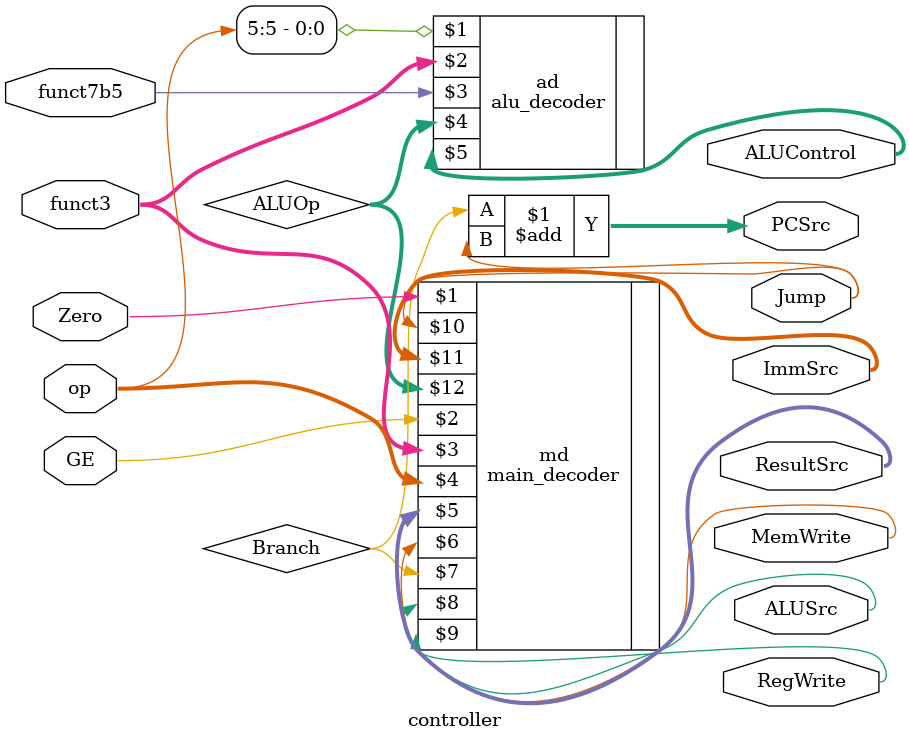
<source format=v>


module controller (
    input [6:0]  op,
    input [2:0]  funct3,
    input        funct7b5,
    input        Zero,
    input        GE,
    output       [1:0] ResultSrc,
    output       MemWrite,
    output [1:0] PCSrc, 
    output       ALUSrc,
    output       RegWrite, Jump,
    output [2:0] ImmSrc,
    output [3:0] ALUControl
);

wire [1:0] ALUOp;
wire       Branch;

main_decoder    md (Zero, GE, funct3, op, ResultSrc, MemWrite, Branch,
                    ALUSrc, RegWrite, Jump, ImmSrc, ALUOp);

alu_decoder     ad (op[5], funct3, funct7b5, ALUOp, ALUControl);

// for jump and branch
// assign PCSrc = Branch | Jump;
assign PCSrc = Branch+Jump;

endmodule


</source>
